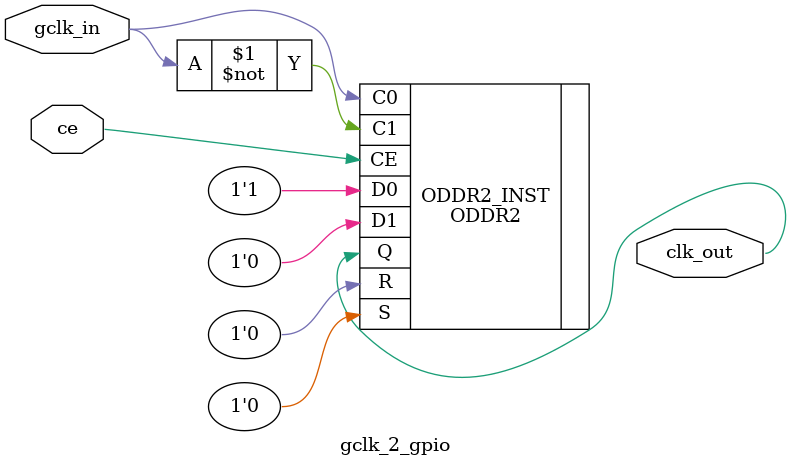
<source format=v>
`timescale 1ns / 1ps
module gclk_2_gpio(
	
	input		gclk_in, 
	output	clk_out, 
	input		ce
	
	);
	
	ODDR2 #(
		.DDR_ALIGNMENT	("NONE"),
		.INIT				(1'b0),
		.SRTYPE			("SYNC")
	)
	ODDR2_INST(
		.Q					(clk_out),
		.C0				(gclk_in),
		.C1				(~ gclk_in),
		.CE				(ce),
		.D0				(1'b1),
		.D1				(1'b0),
		.R					(1'b0),
		.S					(1'b0)
	);

endmodule

</source>
